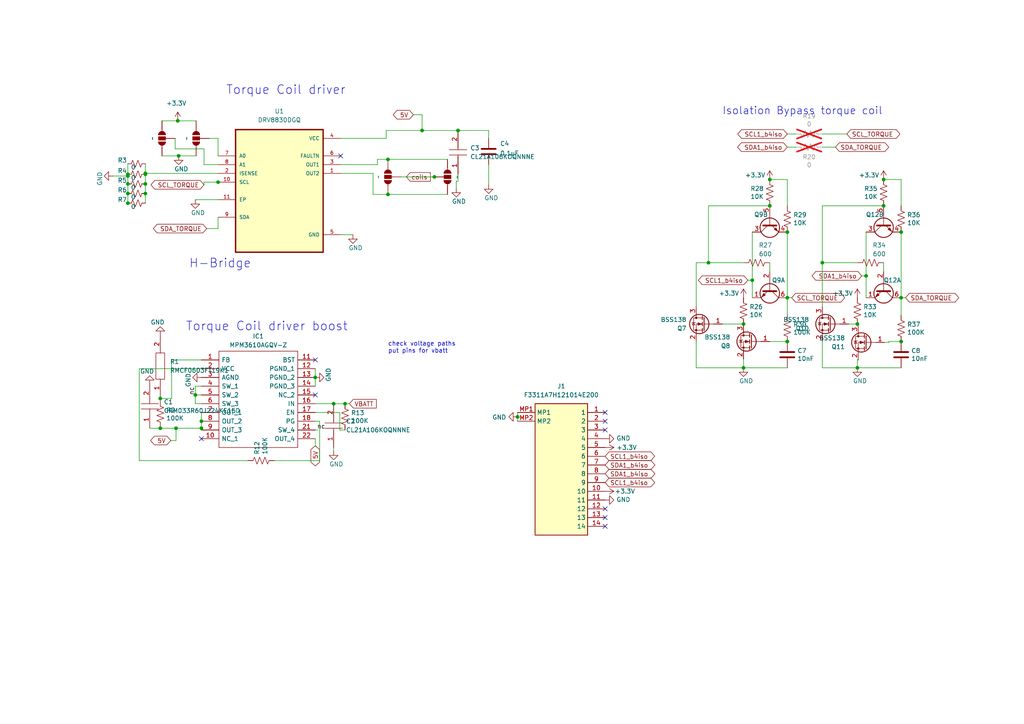
<source format=kicad_sch>
(kicad_sch (version 20230121) (generator eeschema)
  (paper "A4")
  (lib_symbols
    (symbol "AA_AUTO_LOADER:CL21A106KOQNNNE" (pin_names (offset 0.762))
      (property "Reference" "C" (at 8.89 6.35 0))
      (property "Value" "CL21A106KOQNNNE" (at 8.89 3.81 0))
      (symbol "CL21A106KOQNNNE_0_0"
        (pin passive line (at 0 0 0) (length 5.08) (name "~") (number "1"))
        (pin passive line (at 12.7 0 180) (length 5.08) (name "~") (number "2"))
      )
      (symbol "CL21A106KOQNNNE_0_1"
        (polyline (pts (xy 5.08 0) (xy 5.588 0)) (stroke (width 0.1524)))
        (polyline (pts (xy 5.588 2.54) (xy 5.588 -2.54)) (stroke (width 0.1524)))
        (polyline (pts (xy 7.112 0) (xy 7.62 0)) (stroke (width 0.1524)))
        (polyline (pts (xy 7.112 2.54) (xy 7.112 -2.54)) (stroke (width 0.1524)))
      )
    )
    (symbol "AA_AUTO_LOADER:GRM033R60J224KE15D" (pin_names (offset 0.762))
      (property "Reference" "C" (at 8.89 6.35 0))
      (property "Value" "GRM033R60J224KE15D" (at 8.89 3.81 0))
      (symbol "GRM033R60J224KE15D_0_0"
        (pin passive line (at 0 0 0) (length 5.08) (name "~") (number "1"))
        (pin passive line (at 12.7 0 180) (length 5.08) (name "~") (number "2"))
      )
      (symbol "GRM033R60J224KE15D_0_1"
        (polyline (pts (xy 5.08 0) (xy 5.588 0)) (stroke (width 0.1524)))
        (polyline (pts (xy 5.588 2.54) (xy 5.588 -2.54)) (stroke (width 0.1524)))
        (polyline (pts (xy 7.112 0) (xy 7.62 0)) (stroke (width 0.1524)))
        (polyline (pts (xy 7.112 2.54) (xy 7.112 -2.54)) (stroke (width 0.1524)))
      )
    )
    (symbol "AA_AUTO_LOADER:MPM3610AGQV-Z" (pin_names (offset 0.762))
      (property "Reference" "IC" (at 29.21 7.62 0))
      (property "Value" "MPM3610AGQV-Z" (at 29.21 5.08 0))
      (symbol "MPM3610AGQV-Z_0_0"
        (pin passive line (at 0 0 0) (length 5.08) (name "FB") (number "1"))
        (pin passive line (at 0 -22.86 0) (length 5.08) (name "NC_1") (number "10"))
        (pin passive line (at 33.02 0 180) (length 5.08) (name "BST") (number "11"))
        (pin passive line (at 33.02 -2.54 180) (length 5.08) (name "PGND_1") (number "12"))
        (pin passive line (at 33.02 -5.08 180) (length 5.08) (name "PGND_2") (number "13"))
        (pin passive line (at 33.02 -7.62 180) (length 5.08) (name "PGND_3") (number "14"))
        (pin passive line (at 33.02 -10.16 180) (length 5.08) (name "NC_2") (number "15"))
        (pin passive line (at 33.02 -12.7 180) (length 5.08) (name "IN") (number "16"))
        (pin passive line (at 33.02 -15.24 180) (length 5.08) (name "EN") (number "17"))
        (pin passive line (at 33.02 -17.78 180) (length 5.08) (name "PG") (number "18"))
        (pin passive line (at 0 -2.54 0) (length 5.08) (name "VCC") (number "2"))
        (pin passive line (at 33.02 -20.32 180) (length 5.08) (name "SW_4") (number "21"))
        (pin passive line (at 33.02 -22.86 180) (length 5.08) (name "OUT_4") (number "22"))
        (pin passive line (at 0 -5.08 0) (length 5.08) (name "AGND") (number "3"))
        (pin passive line (at 0 -7.62 0) (length 5.08) (name "SW_1") (number "4"))
        (pin passive line (at 0 -10.16 0) (length 5.08) (name "SW_2") (number "5"))
        (pin passive line (at 0 -12.7 0) (length 5.08) (name "SW_3") (number "6"))
        (pin passive line (at 0 -15.24 0) (length 5.08) (name "OUT_1") (number "7"))
        (pin passive line (at 0 -17.78 0) (length 5.08) (name "OUT_2") (number "8"))
        (pin passive line (at 0 -20.32 0) (length 5.08) (name "OUT_3") (number "9"))
      )
      (symbol "MPM3610AGQV-Z_0_1"
        (polyline (pts (xy 5.08 2.54) (xy 27.94 2.54) (xy 27.94 -25.4) (xy 5.08 -25.4) (xy 5.08 2.54)) (stroke (width 0.1524)))
      )
    )
    (symbol "AA_AUTO_LOADER:RMCF0603FT19K1" (pin_names (offset 0.762))
      (property "Reference" "R" (at 13.97 6.35 0))
      (property "Value" "RMCF0603FT19K1" (at 13.97 3.81 0))
      (symbol "RMCF0603FT19K1_0_0"
        (pin passive line (at 0 0 0) (length 5.08) (name "~") (number "1"))
        (pin passive line (at 17.78 0 180) (length 5.08) (name "~") (number "2"))
      )
      (symbol "RMCF0603FT19K1_0_1"
        (polyline (pts (xy 5.08 1.27) (xy 12.7 1.27) (xy 12.7 -1.27) (xy 5.08 -1.27) (xy 5.08 1.27)) (stroke (width 0.1524)))
      )
    )
    (symbol "DRV8830DGQ:DRV8830DGQ" (pin_names (offset 1.016))
      (property "Reference" "U" (at -12.7 18.78 0))
      (property "Value" "DRV8830DGQ" (at -12.7 -21.78 0))
      (symbol "DRV8830DGQ_0_0"
        (rectangle (start -12.7 -17.78) (end 12.7 17.78) (stroke (width 0.41)) (fill (type background)))
        (pin output line (at 17.78 5.08 180) (length 5.08) (name "OUT2") (number "1"))
        (pin input line (at -17.78 2.54 0) (length 5.08) (name "SCL") (number "10"))
        (pin bidirectional line (at -17.78 -2.54 0) (length 5.08) (name "EP") (number "11"))
        (pin input line (at -17.78 5.08 0) (length 5.08) (name "ISENSE") (number "2"))
        (pin output line (at 17.78 7.62 180) (length 5.08) (name "OUT1") (number "3"))
        (pin power_in line (at 17.78 15.24 180) (length 5.08) (name "VCC") (number "4"))
        (pin power_in line (at 17.78 -12.7 180) (length 5.08) (name "GND") (number "5"))
        (pin output line (at 17.78 10.16 180) (length 5.08) (name "FAULTN") (number "6"))
        (pin input line (at -17.78 10.16 0) (length 5.08) (name "A0") (number "7"))
        (pin input line (at -17.78 7.62 0) (length 5.08) (name "A1") (number "8"))
        (pin bidirectional line (at -17.78 -7.62 0) (length 5.08) (name "SDA") (number "9"))
      )
    )
    (symbol "Device:C" (pin_numbers hide) (pin_names (offset 0.254))
      (property "Reference" "C" (at 0.635 2.54 0))
      (property "Value" "C" (at 0.635 -2.54 0))
      (symbol "C_0_1"
        (polyline (pts (xy -2.032 -0.762) (xy 2.032 -0.762)) (stroke (width 0.508)))
        (polyline (pts (xy -2.032 0.762) (xy 2.032 0.762)) (stroke (width 0.508)))
      )
      (symbol "C_1_1"
        (pin passive line (at 0 3.81 270) (length 2.794) (name "~") (number "1"))
        (pin passive line (at 0 -3.81 90) (length 2.794) (name "~") (number "2"))
      )
    )
    (symbol "Device:R_Small_US" (pin_numbers hide) (pin_names (offset 0.254) hide)
      (property "Reference" "R" (at 0.762 0.508 0))
      (property "Value" "R_Small_US" (at 0.762 -1.016 0))
      (symbol "R_Small_US_1_1"
        (polyline (pts (xy 0 0) (xy 1.016 -0.381) (xy 0 -0.762) (xy -1.016 -1.143) (xy 0 -1.524)))
        (polyline (pts (xy 0 1.524) (xy 1.016 1.143) (xy 0 0.762) (xy -1.016 0.381) (xy 0 0)))
        (pin passive line (at 0 2.54 270) (length 1.016) (name "~") (number "1"))
        (pin passive line (at 0 -2.54 90) (length 1.016) (name "~") (number "2"))
      )
    )
    (symbol "Device:R_US" (pin_numbers hide) (pin_names (offset 0))
      (property "Reference" "R" (at 2.54 0 90))
      (property "Value" "R_US" (at -2.54 0 90))
      (symbol "R_US_0_1"
        (polyline (pts (xy 0 -2.286) (xy 0 -2.54)))
        (polyline (pts (xy 0 2.286) (xy 0 2.54)))
        (polyline (pts (xy 0 -0.762) (xy 1.016 -1.143) (xy 0 -1.524) (xy -1.016 -1.905) (xy 0 -2.286)))
        (polyline (pts (xy 0 0.762) (xy 1.016 0.381) (xy 0 0) (xy -1.016 -0.381) (xy 0 -0.762)))
        (polyline (pts (xy 0 2.286) (xy 1.016 1.905) (xy 0 1.524) (xy -1.016 1.143) (xy 0 0.762)))
      )
      (symbol "R_US_1_1"
        (pin passive line (at 0 3.81 270) (length 1.27) (name "~") (number "1"))
        (pin passive line (at 0 -3.81 90) (length 1.27) (name "~") (number "2"))
      )
    )
    (symbol "F3311A7H121008E200:F3311A7H121014E200"
      (property "Reference" "J" (at 21.59 7.62 0))
      (property "Value" "F3311A7H121014E200" (at 21.59 5.08 0))
      (symbol "F3311A7H121014E200_1_1"
        (rectangle (start 5.08 2.54) (end 20.32 -35.56) (stroke (width 0.254)) (fill (type background)))
        (pin passive line (at 25.4 0 180) (length 5.08) (name "1") (number "1"))
        (pin passive line (at 25.4 -22.86 180) (length 5.08) (name "10") (number "10"))
        (pin passive line (at 25.4 -25.4 180) (length 5.08) (name "11") (number "11"))
        (pin passive line (at 25.4 -27.94 180) (length 5.08) (name "12") (number "12"))
        (pin passive line (at 25.4 -30.48 180) (length 5.08) (name "13") (number "13"))
        (pin passive line (at 25.4 -33.02 180) (length 5.08) (name "14") (number "14"))
        (pin passive line (at 25.4 -2.54 180) (length 5.08) (name "2") (number "2"))
        (pin passive line (at 25.4 -5.08 180) (length 5.08) (name "3") (number "3"))
        (pin passive line (at 25.4 -7.62 180) (length 5.08) (name "4") (number "4"))
        (pin passive line (at 25.4 -10.16 180) (length 5.08) (name "5") (number "5"))
        (pin passive line (at 25.4 -12.7 180) (length 5.08) (name "6") (number "6"))
        (pin passive line (at 25.4 -15.24 180) (length 5.08) (name "7") (number "7"))
        (pin passive line (at 25.4 -17.78 180) (length 5.08) (name "8") (number "8"))
        (pin passive line (at 25.4 -20.32 180) (length 5.08) (name "9") (number "9"))
        (pin passive line (at 0 0 0) (length 5.08) (name "MP1") (number "MP1"))
        (pin passive line (at 0 -2.54 0) (length 5.08) (name "MP2") (number "MP2"))
      )
    )
    (symbol "SparkFun-Jumper:SolderJumper_3_Open_No_Silk" (pin_numbers hide) (pin_names (offset 0) hide)
      (property "Reference" "JP" (at -2.54 -2.54 0))
      (property "Value" "~" (at 0 2.794 0))
      (symbol "SolderJumper_3_Open_No_Silk_0_1"
        (arc (start -1.016 1.016) (mid -2.0276 0) (end -1.016 -1.016))
        (arc (start -1.016 1.016) (mid -2.0276 0) (end -1.016 -1.016) (fill (type outline)))
        (rectangle (start -0.508 1.016) (end 0.508 -1.016) (fill (type outline)))
        (polyline (pts (xy -2.54 0) (xy -2.032 0)))
        (polyline (pts (xy -1.016 1.016) (xy -1.016 -1.016)))
        (polyline (pts (xy 0 -1.27) (xy 0 -1.016)))
        (polyline (pts (xy 1.016 1.016) (xy 1.016 -1.016)))
        (polyline (pts (xy 2.54 0) (xy 2.032 0)))
        (arc (start 1.016 -1.016) (mid 2.0276 0) (end 1.016 1.016))
        (arc (start 1.016 -1.016) (mid 2.0276 0) (end 1.016 1.016) (fill (type outline)))
      )
      (symbol "SolderJumper_3_Open_No_Silk_1_1"
        (pin passive line (at -5.08 0 0) (length 2.54) (name "A") (number "1"))
        (pin passive line (at 0 -3.81 90) (length 2.54) (name "C") (number "2"))
        (pin passive line (at 5.08 0 180) (length 2.54) (name "B") (number "3"))
      )
    )
    (symbol "Transistor_BJT:MBT2222ADW1T1" (pin_names (offset 0) hide)
      (property "Reference" "Q" (at 5.08 1.27 0))
      (property "Value" "MBT2222ADW1T1" (at 5.08 -1.27 0))
      (symbol "MBT2222ADW1T1_0_1"
        (polyline (pts (xy 0.635 0) (xy -2.54 0)))
        (polyline (pts (xy 0.635 0.635) (xy 2.54 2.54)))
        (polyline (pts (xy 0.635 -0.635) (xy 2.54 -2.54) (xy 2.54 -2.54)))
        (polyline (pts (xy 0.635 1.905) (xy 0.635 -1.905) (xy 0.635 -1.905)) (stroke (width 0.508)))
        (polyline (pts (xy 1.27 -1.778) (xy 1.778 -1.27) (xy 2.286 -2.286) (xy 1.27 -1.778) (xy 1.27 -1.778)) (fill (type outline)))
        (circle (center 1.27 0) (radius 2.8194) (stroke (width 0.254)))
      )
      (symbol "MBT2222ADW1T1_1_1"
        (pin passive line (at 2.54 -5.08 90) (length 2.54) (name "E1") (number "1"))
        (pin input line (at -5.08 0 0) (length 2.54) (name "B1") (number "2"))
        (pin passive line (at 2.54 5.08 270) (length 2.54) (name "C1") (number "6"))
      )
      (symbol "MBT2222ADW1T1_2_1"
        (pin passive line (at 2.54 5.08 270) (length 2.54) (name "C2") (number "3"))
        (pin passive line (at 2.54 -5.08 90) (length 2.54) (name "E2") (number "4"))
        (pin input line (at -5.08 0 0) (length 2.54) (name "B2") (number "5"))
      )
    )
    (symbol "Transistor_FET:BSS138" (pin_names hide)
      (property "Reference" "Q" (at 5.08 1.905 0))
      (property "Value" "BSS138" (at 5.08 0 0))
      (symbol "BSS138_0_1"
        (polyline (pts (xy 0.254 0) (xy -2.54 0)))
        (polyline (pts (xy 0.254 1.905) (xy 0.254 -1.905)) (stroke (width 0.254)))
        (polyline (pts (xy 0.762 -1.27) (xy 0.762 -2.286)) (stroke (width 0.254)))
        (polyline (pts (xy 0.762 0.508) (xy 0.762 -0.508)) (stroke (width 0.254)))
        (polyline (pts (xy 0.762 2.286) (xy 0.762 1.27)) (stroke (width 0.254)))
        (polyline (pts (xy 2.54 2.54) (xy 2.54 1.778)))
        (polyline (pts (xy 2.54 -2.54) (xy 2.54 0) (xy 0.762 0)))
        (polyline (pts (xy 0.762 -1.778) (xy 3.302 -1.778) (xy 3.302 1.778) (xy 0.762 1.778)))
        (polyline (pts (xy 1.016 0) (xy 2.032 0.381) (xy 2.032 -0.381) (xy 1.016 0)) (fill (type outline)))
        (polyline (pts (xy 2.794 0.508) (xy 2.921 0.381) (xy 3.683 0.381) (xy 3.81 0.254)))
        (polyline (pts (xy 3.302 0.381) (xy 2.921 -0.254) (xy 3.683 -0.254) (xy 3.302 0.381)))
        (circle (center 1.651 0) (radius 2.794) (stroke (width 0.254)))
        (circle (center 2.54 -1.778) (radius 0.254) (fill (type outline)))
        (circle (center 2.54 1.778) (radius 0.254) (fill (type outline)))
      )
      (symbol "BSS138_1_1"
        (pin input line (at -5.08 0 0) (length 2.54) (name "G") (number "1"))
        (pin passive line (at 2.54 -5.08 90) (length 2.54) (name "S") (number "2"))
        (pin passive line (at 2.54 5.08 270) (length 2.54) (name "D") (number "3"))
      )
    )
    (symbol "power:+3.3V" (power) (pin_names (offset 0))
      (property "Value" "+3.3V" (at 0 3.556 0))
      (symbol "+3.3V_0_1"
        (polyline (pts (xy -0.762 1.27) (xy 0 2.54)))
        (polyline (pts (xy 0 0) (xy 0 2.54)))
        (polyline (pts (xy 0 2.54) (xy 0.762 1.27)))
      )
      (symbol "+3.3V_1_1"
        (pin power_in line (at 0 0 90) (length 0) hide (name "+3.3V") (number "1"))
      )
    )
    (symbol "power:GND" (power) (pin_names (offset 0))
      (property "Value" "GND" (at 0 -3.81 0))
      (symbol "GND_0_1"
        (polyline (pts (xy 0 0) (xy 0 -1.27) (xy 1.27 -1.27) (xy 0 -2.54) (xy -1.27 -1.27) (xy 0 -1.27)))
      )
      (symbol "GND_1_1"
        (pin power_in line (at 0 0 270) (length 0) hide (name "GND") (number "1"))
      )
    )
  )
  (junction (at 42.164 50.292))
  (junction (at 37.084 51.054))
  (junction (at 251.206 80.01))
  (junction (at 228.346 86.36))
  (junction (at 238.506 76.2))
  (junction (at 256.286 52.07))
  (junction (at 112.522 46.228))
  (junction (at 37.084 53.34))
  (junction (at 256.286 59.69))
  (junction (at 261.366 99.06))
  (junction (at 51.054 124.206))
  (junction (at 132.842 37.846))
  (junction (at 228.346 67.31))
  (junction (at 122.428 37.846))
  (junction (at 248.666 106.68))
  (junction (at 51.562 35.052))
  (junction (at 46.482 124.206))
  (junction (at 42.164 56.134))
  (junction (at 37.084 56.134))
  (junction (at 58.42 122.174))
  (junction (at 223.266 59.69))
  (junction (at 248.666 93.98))
  (junction (at 56.642 114.554))
  (junction (at 215.646 93.98))
  (junction (at 42.164 50.546))
  (junction (at 51.816 45.212))
  (junction (at 46.482 115.57))
  (junction (at 205.486 76.2))
  (junction (at 96.774 117.094))
  (junction (at 228.346 99.06))
  (junction (at 112.522 56.388))
  (junction (at 63.246 52.832))
  (junction (at 215.646 106.68))
  (junction (at 37.084 50.546))
  (junction (at 91.44 109.474))
  (junction (at 125.984 51.308))
  (junction (at 261.366 86.36))
  (junction (at 58.42 124.206))
  (junction (at 42.164 53.34))
  (junction (at 218.186 81.28))
  (junction (at 37.084 58.928))
  (junction (at 100.076 117.094))
  (junction (at 261.366 67.31))
  (junction (at 223.266 52.07))
  (junction (at 150.114 120.904))
  (no_connect (at 58.42 127.254))
  (no_connect (at 175.514 150.114))
  (no_connect (at 91.44 114.554))
  (no_connect (at 98.806 45.212))
  (no_connect (at 175.514 119.634))
  (no_connect (at 175.514 147.574))
  (no_connect (at 175.514 152.654))
  (no_connect (at 175.514 124.714))
  (no_connect (at 175.514 122.174))
  (no_connect (at 91.44 104.394))
  (wire (pts (xy 46.482 123.952) (xy 46.482 124.206)))
  (wire (pts (xy 56.642 114.554) (xy 58.42 114.554)))
  (wire (pts (xy 119.888 33.274) (xy 122.428 33.274)))
  (wire (pts (xy 229.616 86.36) (xy 228.346 86.36)))
  (wire (pts (xy 238.506 76.2) (xy 238.506 59.69)))
  (wire (pts (xy 228.346 67.31) (xy 228.346 86.36)))
  (wire (pts (xy 37.084 53.34) (xy 37.084 56.134)))
  (wire (pts (xy 248.92 93.98) (xy 248.666 93.98)))
  (wire (pts (xy 112.522 46.228) (xy 109.474 46.228)))
  (wire (pts (xy 248.92 104.394) (xy 248.666 104.394)))
  (wire (pts (xy 261.366 52.07) (xy 256.286 52.07)))
  (wire (pts (xy 46.99 35.052) (xy 51.562 35.052)))
  (wire (pts (xy 215.646 76.2) (xy 205.486 76.2)))
  (wire (pts (xy 122.428 37.846) (xy 112.014 37.846)))
  (wire (pts (xy 201.93 76.2) (xy 205.486 76.2)))
  (wire (pts (xy 46.482 115.57) (xy 49.784 115.57)))
  (wire (pts (xy 98.806 68.072) (xy 102.362 68.072)))
  (wire (pts (xy 42.164 50.292) (xy 42.164 50.546)))
  (wire (pts (xy 42.164 47.498) (xy 42.164 50.292)))
  (wire (pts (xy 46.482 115.57) (xy 46.482 116.332)))
  (wire (pts (xy 205.486 59.69) (xy 223.266 59.69)))
  (wire (pts (xy 56.642 117.094) (xy 58.42 117.094)))
  (wire (pts (xy 56.642 114.554) (xy 56.642 117.094)))
  (wire (pts (xy 59.944 66.294) (xy 63.246 66.294)))
  (wire (pts (xy 49.53 127.762) (xy 51.054 127.762)))
  (wire (pts (xy 42.164 50.292) (xy 63.246 50.292)))
  (wire (pts (xy 91.44 119.634) (xy 98.552 119.634)))
  (wire (pts (xy 112.522 46.228) (xy 129.794 46.228)))
  (wire (pts (xy 63.246 47.752) (xy 59.182 47.752)))
  (wire (pts (xy 150.114 120.904) (xy 150.114 122.174)))
  (wire (pts (xy 141.732 40.132) (xy 141.732 37.846)))
  (wire (pts (xy 248.666 93.98) (xy 246.126 93.98)))
  (wire (pts (xy 112.014 37.846) (xy 112.014 40.132)))
  (wire (pts (xy 98.806 50.292) (xy 108.204 50.292)))
  (wire (pts (xy 60.706 40.132) (xy 63.246 40.132)))
  (wire (pts (xy 132.842 52.578) (xy 132.334 52.578)))
  (wire (pts (xy 98.552 124.714) (xy 100.076 124.714)))
  (wire (pts (xy 51.562 35.052) (xy 56.896 35.052)))
  (wire (pts (xy 261.366 67.31) (xy 261.366 86.36)))
  (wire (pts (xy 251.206 67.31) (xy 251.206 80.01)))
  (wire (pts (xy 238.506 59.69) (xy 256.286 59.69)))
  (wire (pts (xy 230.886 42.672) (xy 228.346 42.672)))
  (wire (pts (xy 46.482 124.206) (xy 51.054 124.206)))
  (wire (pts (xy 51.816 45.212) (xy 56.896 45.212)))
  (wire (pts (xy 98.552 119.634) (xy 98.552 124.714)))
  (wire (pts (xy 238.506 99.06) (xy 238.506 106.68)))
  (wire (pts (xy 58.42 124.206) (xy 58.42 124.714)))
  (wire (pts (xy 261.366 106.68) (xy 248.666 106.68)))
  (wire (pts (xy 215.646 106.68) (xy 228.346 106.68)))
  (wire (pts (xy 37.084 58.928) (xy 37.084 59.182)))
  (wire (pts (xy 141.732 37.846) (xy 132.842 37.846)))
  (wire (pts (xy 216.916 81.28) (xy 218.186 81.28)))
  (wire (pts (xy 63.246 66.294) (xy 63.246 62.992)))
  (wire (pts (xy 63.246 40.132) (xy 63.246 45.212)))
  (wire (pts (xy 228.346 59.69) (xy 228.346 52.07)))
  (wire (pts (xy 56.642 112.014) (xy 56.642 114.554)))
  (wire (pts (xy 262.636 86.36) (xy 261.366 86.36)))
  (wire (pts (xy 91.44 124.714) (xy 92.202 124.714)))
  (wire (pts (xy 100.076 117.094) (xy 101.346 117.094)))
  (wire (pts (xy 59.182 43.18) (xy 50.8 43.18)))
  (wire (pts (xy 248.92 94.234) (xy 248.92 93.98)))
  (wire (pts (xy 51.054 124.206) (xy 58.42 124.206)))
  (wire (pts (xy 238.506 88.9) (xy 238.506 76.2)))
  (wire (pts (xy 56.642 57.912) (xy 63.246 57.912)))
  (wire (pts (xy 98.806 40.132) (xy 112.014 40.132)))
  (wire (pts (xy 91.44 122.174) (xy 92.71 122.174)))
  (wire (pts (xy 242.316 42.672) (xy 238.506 42.672)))
  (wire (pts (xy 42.164 53.34) (xy 42.164 56.134)))
  (wire (pts (xy 215.646 106.68) (xy 215.646 104.14)))
  (wire (pts (xy 218.186 81.28) (xy 218.186 86.36)))
  (wire (pts (xy 205.486 59.69) (xy 205.486 76.2)))
  (wire (pts (xy 122.428 33.274) (xy 122.428 37.846)))
  (wire (pts (xy 51.054 127.762) (xy 51.054 124.206)))
  (wire (pts (xy 132.842 50.546) (xy 132.842 52.578)))
  (wire (pts (xy 37.084 47.498) (xy 37.084 50.546)))
  (wire (pts (xy 230.886 38.862) (xy 228.346 38.862)))
  (wire (pts (xy 218.186 67.31) (xy 218.186 81.28)))
  (wire (pts (xy 92.71 122.174) (xy 92.71 133.604)))
  (wire (pts (xy 71.882 133.604) (xy 40.386 133.604)))
  (wire (pts (xy 43.434 124.206) (xy 46.482 124.206)))
  (wire (pts (xy 37.084 50.546) (xy 37.084 51.054)))
  (wire (pts (xy 108.204 50.292) (xy 108.204 56.388)))
  (wire (pts (xy 201.93 88.9) (xy 201.93 76.2)))
  (wire (pts (xy 50.8 43.18) (xy 50.8 40.132)))
  (wire (pts (xy 58.42 112.014) (xy 56.642 112.014)))
  (wire (pts (xy 58.42 104.394) (xy 49.784 104.394)))
  (wire (pts (xy 238.506 106.68) (xy 248.666 106.68)))
  (wire (pts (xy 257.81 99.06) (xy 261.366 99.06)))
  (wire (pts (xy 59.182 47.752) (xy 59.182 43.18)))
  (wire (pts (xy 92.71 133.604) (xy 79.502 133.604)))
  (wire (pts (xy 132.842 37.846) (xy 122.428 37.846)))
  (wire (pts (xy 228.346 52.07) (xy 223.266 52.07)))
  (wire (pts (xy 249.936 80.01) (xy 251.206 80.01)))
  (wire (pts (xy 108.204 56.388) (xy 112.522 56.388)))
  (wire (pts (xy 91.44 117.094) (xy 96.774 117.094)))
  (wire (pts (xy 256.286 78.74) (xy 256.286 76.2)))
  (wire (pts (xy 91.44 109.474) (xy 91.44 112.014)))
  (wire (pts (xy 49.784 104.394) (xy 49.784 115.57)))
  (wire (pts (xy 261.366 91.44) (xy 261.366 86.36)))
  (wire (pts (xy 228.346 91.44) (xy 228.346 86.36)))
  (wire (pts (xy 209.55 93.98) (xy 215.646 93.98)))
  (wire (pts (xy 40.386 133.604) (xy 40.386 106.934)))
  (wire (pts (xy 248.666 76.2) (xy 238.506 76.2)))
  (wire (pts (xy 261.366 59.69) (xy 261.366 52.07)))
  (wire (pts (xy 223.266 78.74) (xy 223.266 76.2)))
  (wire (pts (xy 112.522 56.388) (xy 129.794 56.388)))
  (wire (pts (xy 150.114 119.634) (xy 150.114 120.904)))
  (wire (pts (xy 98.806 47.752) (xy 109.474 47.752)))
  (wire (pts (xy 96.774 130.81) (xy 96.774 129.794)))
  (wire (pts (xy 223.266 99.06) (xy 228.346 99.06)))
  (wire (pts (xy 40.386 106.934) (xy 58.42 106.934)))
  (wire (pts (xy 58.42 119.634) (xy 58.42 122.174)))
  (wire (pts (xy 125.984 51.308) (xy 125.984 51.562)))
  (wire (pts (xy 248.666 104.394) (xy 248.666 106.68)))
  (wire (pts (xy 46.482 115.062) (xy 46.482 115.57)))
  (wire (pts (xy 132.334 52.578) (xy 132.334 54.61)))
  (wire (pts (xy 109.474 47.752) (xy 109.474 46.228)))
  (wire (pts (xy 46.99 45.212) (xy 51.816 45.212)))
  (wire (pts (xy 63.5 52.832) (xy 63.246 52.832)))
  (wire (pts (xy 141.732 47.752) (xy 141.732 53.594)))
  (wire (pts (xy 201.93 99.06) (xy 201.93 106.68)))
  (wire (pts (xy 37.084 56.134) (xy 37.084 58.928)))
  (wire (pts (xy 256.54 99.314) (xy 257.81 99.314)))
  (wire (pts (xy 245.618 38.862) (xy 238.506 38.862)))
  (wire (pts (xy 116.332 51.308) (xy 125.984 51.308)))
  (wire (pts (xy 96.774 117.094) (xy 100.076 117.094)))
  (wire (pts (xy 42.164 50.546) (xy 42.164 53.34)))
  (wire (pts (xy 32.766 51.054) (xy 37.084 51.054)))
  (wire (pts (xy 37.084 51.054) (xy 37.084 53.34)))
  (wire (pts (xy 251.206 80.01) (xy 251.206 86.36)))
  (wire (pts (xy 201.93 106.68) (xy 215.646 106.68)))
  (wire (pts (xy 91.44 129.286) (xy 91.44 127.254)))
  (wire (pts (xy 257.81 99.314) (xy 257.81 99.06)))
  (wire (pts (xy 42.164 56.134) (xy 42.164 58.928)))
  (wire (pts (xy 63.246 52.832) (xy 59.182 52.832)))
  (wire (pts (xy 59.182 52.832) (xy 59.182 53.594)))
  (wire (pts (xy 91.44 106.934) (xy 91.44 109.474)))
  (wire (pts (xy 58.42 122.174) (xy 58.42 124.206)))
  (text "Torque Coil driver boost\n\n" (at 53.848 100.33 0) (effects (font (size 2.54 2.54)) (justify left bottom)))
  (text "check voltage paths\nput pins for vbatt\n" (at 112.522 102.616 0) (effects (font (size 1.27 1.27)) (justify left bottom)))
  (text "Torque Coil driver\n" (at 65.532 27.686 0) (effects (font (size 2.54 2.54)) (justify left bottom)))
  (text "Isolation Bypass torque coil" (at 256.032 33.528 0) (effects (font (size 2.159 2.159)) (justify right bottom)))
  (text "H-Bridge" (at 72.898 77.978 0) (effects (font (size 2.54 2.54)) (justify right bottom)))
  (label "nc" (at 56.642 114.554 90))
  (label "nc" (at 91.948 124.714 0))
  (global_label "5V" (shape bidirectional) (at 91.44 129.286 270) (property "Intersheetrefs" "${INTERSHEET_REFS}" (effects hide)))
  (global_label "coils" (shape input) (at 117.856 51.308 0) (property "Intersheetrefs" "${INTERSHEET_REFS}" (effects hide)))
  (global_label "5V" (shape bidirectional) (at 49.53 127.762 180) (property "Intersheetrefs" "${INTERSHEET_REFS}" (effects hide)))
  (global_label "SCL1_b4iso" (shape bidirectional) (at 216.916 81.28 180) (property "Intersheetrefs" "${INTERSHEET_REFS}" (effects hide)))
  (global_label "SDA1_b4iso" (shape bidirectional) (at 249.936 80.01 180) (property "Intersheetrefs" "${INTERSHEET_REFS}" (effects hide)))
  (global_label "SCL1_b4iso" (shape bidirectional) (at 175.514 132.334 0) (property "Intersheetrefs" "${INTERSHEET_REFS}" (effects hide)))
  (global_label "SCL_TORQUE" (shape bidirectional) (at 229.616 86.36 0) (property "Intersheetrefs" "${INTERSHEET_REFS}" (effects hide)))
  (global_label "SDA1_b4iso" (shape bidirectional) (at 175.514 137.414 0) (property "Intersheetrefs" "${INTERSHEET_REFS}" (effects hide)))
  (global_label "SDA1_b4iso" (shape bidirectional) (at 175.514 134.874 0) (property "Intersheetrefs" "${INTERSHEET_REFS}" (effects hide)))
  (global_label "SDA_TORQUE" (shape bidirectional) (at 242.316 42.672 0) (property "Intersheetrefs" "${INTERSHEET_REFS}" (effects hide)))
  (global_label "SCL_TORQUE" (shape bidirectional) (at 245.618 38.862 0) (property "Intersheetrefs" "${INTERSHEET_REFS}" (effects hide)))
  (global_label "SDA1_b4iso" (shape bidirectional) (at 228.346 42.672 180) (property "Intersheetrefs" "${INTERSHEET_REFS}" (effects hide)))
  (global_label "SDA_TORQUE" (shape bidirectional) (at 262.636 86.36 0) (property "Intersheetrefs" "${INTERSHEET_REFS}" (effects hide)))
  (global_label "VBATT" (shape input) (at 101.346 117.094 0) (property "Intersheetrefs" "${INTERSHEET_REFS}" (effects hide)))
  (global_label "SCL_TORQUE" (shape bidirectional) (at 59.182 53.594 180) (property "Intersheetrefs" "${INTERSHEET_REFS}" (effects hide)))
  (global_label "SCL1_b4iso" (shape bidirectional) (at 228.346 38.862 180) (property "Intersheetrefs" "${INTERSHEET_REFS}" (effects hide)))
  (global_label "SDA_TORQUE" (shape bidirectional) (at 59.944 66.294 180) (property "Intersheetrefs" "${INTERSHEET_REFS}" (effects hide)))
  (global_label "5V" (shape bidirectional) (at 119.888 33.274 180) (property "Intersheetrefs" "${INTERSHEET_REFS}" (effects hide)))
  (global_label "SCL1_b4iso" (shape bidirectional) (at 175.514 139.954 0) (property "Intersheetrefs" "${INTERSHEET_REFS}" (effects hide)))
  (symbol (lib_id "Device:C") (at 141.732 43.942 0) (unit 1)
    (property "Reference" "C4" (at 145.034 41.656 0) (effects (justify left)))
    (property "Value" "0.1uF" (at 145.034 44.45 0) (effects (justify left)))
    (property "Footprint" "Capacitor_SMD:C_0805_2012Metric" (effects hide))
  )
  (symbol (lib_id "Transistor_BJT:MBT2222ADW1T1") (at 223.266 83.82 270) (unit 1)
    (property "Reference" "Q9" (at 225.806 81.28 90))
    (property "Value" "MBT2222ADW1T1" (effects hide))
    (property "Footprint" "Package_TO_SOT_SMD:SOT-363_SC-70-6" (effects hide))
    (property "Datasheet" "http://www.onsemi.com/pub_link/Collateral/MBT2222ADW1T1-D.PDF" (effects hide))
  )
  (symbol (lib_id "Device:R_US") (at 252.476 76.2 270) (unit 1)
    (property "Reference" "R34" (at 255.016 71.12 90))
    (property "Value" "600" (at 255.016 73.66 90))
    (property "Footprint" "Resistor_SMD:R_0805_2012Metric" (effects hide))
  )
  (symbol (lib_id "Device:R_US") (at 248.666 90.17 180) (unit 1)
    (property "Reference" "R33" (at 250.3932 89.0016 0) (effects (justify right)))
    (property "Value" "10K" (at 250.3932 91.313 0) (effects (justify right)))
    (property "Footprint" "Resistor_SMD:R_0805_2012Metric" (effects hide))
  )
  (symbol (lib_id "AA_AUTO_LOADER:MPM3610AGQV-Z") (at 58.42 104.394 0) (unit 1)
    (property "Reference" "IC1" (at 74.93 97.536 0))
    (property "Value" "MPM3610AGQV-Z" (at 74.93 100.076 0))
    (property "Footprint" "MPM3610AGQVZ" (effects hide))
    (property "Datasheet" "https://www.monolithicpower.com/pub/media/document/MPM3610A_r1.0.pdf" (effects hide))
    (property "Description" "DC DC CONVERTER 0.8-18.48V" (effects hide))
    (property "Height" "1.65" (effects hide))
    (property "Manufacturer_Name" "Monolithic Power Systems (MPS)" (effects hide))
    (property "Manufacturer_Part_Number" "MPM3610AGQV-Z" (effects hide))
    (property "Mouser Part Number" "946-MPM3610AGQV-Z" (effects hide))
    (property "Mouser Price/Stock" "https://www.mouser.co.uk/ProductDetail/Monolithic-Power-Systems-MPS/MPM3610AGQV-Z?qs=ZNK0BnemlqFKL2BkndmY4g%3D%3D" (effects hide))
  )
  (symbol (lib_id "power:GND") (at 43.434 111.506 0) (mirror x) (unit 1)
    (property "Reference" "#PWR01" (effects hide))
    (property "Value" "GND" (at 44.704 107.696 0) (effects (justify right)))
  )
  (symbol (lib_id "power:+3.3V") (at 175.514 129.794 270) (mirror x) (unit 1)
    (property "Reference" "#PWR07" (effects hide))
    (property "Value" "+3.3V" (at 178.816 129.794 90) (effects (justify left)))
  )
  (symbol (lib_id "Device:R_US") (at 215.646 90.17 180) (unit 1)
    (property "Reference" "R26" (at 217.3732 89.0016 0) (effects (justify right)))
    (property "Value" "10K" (at 217.3732 91.313 0) (effects (justify right)))
    (property "Footprint" "Resistor_SMD:R_0805_2012Metric" (effects hide))
  )
  (symbol (lib_id "Device:R_US") (at 234.696 38.862 90) (mirror x) (unit 1) (in_bom no) (dnp yes)
    (property "Reference" "R19" (at 234.696 33.655 90))
    (property "Value" "0" (at 234.696 35.9664 90))
    (property "Footprint" "Resistor_SMD:R_0603_1608Metric" (effects hide))
    (property "Sim.Enable" "0" (effects hide))
  )
  (symbol (lib_id "power:GND") (at 132.334 54.61 0) (mirror y) (unit 1)
    (property "Reference" "#PWR012" (effects hide))
    (property "Value" "GND" (at 131.064 58.42 0) (effects (justify right)))
  )
  (symbol (lib_id "Device:R_Small_US") (at 39.624 47.498 270) (unit 1)
    (property "Reference" "R3" (at 36.83 46.482 90) (effects (justify right)))
    (property "Value" "0" (at 39.37 48.514 90) (effects (justify right)))
    (property "Footprint" "Resistor_SMD:R_0805_2012Metric_Pad1.20x1.40mm_HandSolder" (effects hide))
  )
  (symbol (lib_id "Device:R_US") (at 261.366 95.25 180) (unit 1)
    (property "Reference" "R37" (at 263.0932 94.0816 0) (effects (justify right)))
    (property "Value" "100K" (at 263.0932 96.393 0) (effects (justify right)))
    (property "Footprint" "Resistor_SMD:R_0805_2012Metric" (effects hide))
  )
  (symbol (lib_id "power:GND") (at 175.514 145.034 90) (unit 1)
    (property "Reference" "#PWR017" (effects hide))
    (property "Value" "GND" (at 178.7652 144.907 90) (effects (justify right)))
  )
  (symbol (lib_id "Device:R_Small_US") (at 39.624 53.34 270) (unit 1)
    (property "Reference" "R5" (at 36.83 52.324 90) (effects (justify right)))
    (property "Value" "0" (at 39.37 54.356 90) (effects (justify right)))
    (property "Footprint" "Resistor_SMD:R_0805_2012Metric_Pad1.20x1.40mm_HandSolder" (effects hide))
  )
  (symbol (lib_id "Transistor_BJT:MBT2222ADW1T1") (at 223.266 64.77 90) (mirror x) (unit 2)
    (property "Reference" "Q9" (at 220.726 62.23 90))
    (property "Value" "MBT2222ADW1T1" (effects hide))
    (property "Footprint" "Package_TO_SOT_SMD:SOT-363_SC-70-6" (effects hide))
    (property "Datasheet" "http://www.onsemi.com/pub_link/Collateral/MBT2222ADW1T1-D.PDF" (effects hide))
  )
  (symbol (lib_id "SparkFun-Jumper:SolderJumper_3_Open_No_Silk") (at 129.794 51.308 270) (unit 1)
    (property "Reference" "JP2" (effects hide))
    (property "Value" "~" (at 132.588 51.308 0))
    (property "Footprint" "SparkFun-Jumper:SMT-JUMPER_3_NO_NO-SILK" (effects hide))
  )
  (symbol (lib_id "power:GND") (at 58.42 109.474 270) (mirror x) (unit 1)
    (property "Reference" "#PWR04" (effects hide))
    (property "Value" "GND" (at 54.61 108.204 0) (effects (justify right)))
  )
  (symbol (lib_id "Transistor_BJT:MBT2222ADW1T1") (at 256.286 64.77 90) (mirror x) (unit 2)
    (property "Reference" "Q12" (at 253.746 62.23 90))
    (property "Value" "MBT2222ADW1T1" (effects hide))
    (property "Footprint" "Package_TO_SOT_SMD:SOT-363_SC-70-6" (effects hide))
    (property "Datasheet" "http://www.onsemi.com/pub_link/Collateral/MBT2222ADW1T1-D.PDF" (effects hide))
  )
  (symbol (lib_id "power:GND") (at 215.646 106.68 0) (mirror y) (unit 1)
    (property "Reference" "#PWR021" (effects hide))
    (property "Value" "GND" (at 214.376 110.49 0) (effects (justify right)))
  )
  (symbol (lib_id "power:GND") (at 141.732 53.594 0) (mirror y) (unit 1)
    (property "Reference" "#PWR013" (effects hide))
    (property "Value" "GND" (at 140.462 57.404 0) (effects (justify right)))
  )
  (symbol (lib_id "Transistor_FET:BSS138") (at 251.46 99.314 0) (mirror y) (unit 1)
    (property "Reference" "Q11" (at 245.11 100.584 0) (effects (justify left)))
    (property "Value" "BSS138" (at 245.11 98.044 0) (effects (justify left)))
    (property "Footprint" "Package_TO_SOT_SMD:SOT-23" (effects hide))
    (property "Datasheet" "https://www.onsemi.com/pub/Collateral/BSS138-D.PDF" (effects hide))
  )
  (symbol (lib_id "power:+3.3V") (at 51.562 35.052 0) (mirror y) (unit 1)
    (property "Reference" "#PWR014" (effects hide))
    (property "Value" "+3.3V" (at 54.102 29.972 0) (effects (justify left)))
  )
  (symbol (lib_id "power:GND") (at 96.774 130.81 0) (mirror y) (unit 1)
    (property "Reference" "#PWR010" (effects hide))
    (property "Value" "GND" (at 95.504 134.62 0) (effects (justify right)))
  )
  (symbol (lib_id "power:GND") (at 150.114 120.904 270) (unit 1)
    (property "Reference" "#PWR05" (effects hide))
    (property "Value" "GND" (at 146.8628 121.031 90) (effects (justify right)))
  )
  (symbol (lib_id "Device:R_Small_US") (at 39.624 58.928 270) (unit 1)
    (property "Reference" "R7" (at 36.83 57.912 90) (effects (justify right)))
    (property "Value" "0" (at 39.37 59.944 90) (effects (justify right)))
    (property "Footprint" "Resistor_SMD:R_0805_2012Metric_Pad1.20x1.40mm_HandSolder" (effects hide))
  )
  (symbol (lib_id "power:GND") (at 91.44 109.474 90) (mirror x) (unit 1)
    (property "Reference" "#PWR09" (effects hide))
    (property "Value" "GND" (at 95.25 110.744 0) (effects (justify right)))
  )
  (symbol (lib_id "AA_AUTO_LOADER:CL21A106KOQNNNE") (at 96.774 129.794 90) (unit 1)
    (property "Reference" "C2" (at 100.33 122.174 90) (effects (justify right)))
    (property "Value" "CL21A106KOQNNNE" (at 100.33 124.714 90) (effects (justify right)))
    (property "Footprint" "CAPC2012X140N" (effects hide))
    (property "Datasheet" "https://datasheet.datasheetarchive.com/originals/distributors/Datasheets_SAMA/0289c6d4f30f89b64e7dd5b6a9ee99f0.pdf" (effects hide))
    (property "Description" "Samsung Electro-Mechanics 0805 (2012M) 10uF MLCC 16V dc +/-10% SMD CL21A106KOQNNNE" (effects hide))
    (property "Height" "1.4" (effects hide))
    (property "Manufacturer_Name" "SAMSUNG" (effects hide))
    (property "Manufacturer_Part_Number" "CL21A106KOQNNNE" (effects hide))
    (property "Mouser Part Number" "187-CL21A106KOQNNNE" (effects hide))
    (property "Mouser Price/Stock" "https://www.mouser.co.uk/ProductDetail/Samsung-Electro-Mechanics/CL21A106KOQNNNE?qs=349EhDEZ59qKIX0T0PKtPw%3D%3D" (effects hide))
    (property "Arrow Part Number" "CL21A106KOQNNNE" (effects hide))
    (property "Arrow Price/Stock" "https://www.arrow.com/en/products/cl21a106koqnnne/samsung-electro-mechanics?region=nac" (effects hide))
  )
  (symbol (lib_id "power:GND") (at 32.766 51.054 270) (mirror x) (unit 1)
    (property "Reference" "#PWR03" (effects hide))
    (property "Value" "GND" (at 28.956 49.784 0) (effects (justify right)))
  )
  (symbol (lib_id "SparkFun-Jumper:SolderJumper_3_Open_No_Silk") (at 46.99 40.132 90) (unit 1)
    (property "Reference" "JP4" (effects hide))
    (property "Value" "~" (at 44.196 40.132 0))
    (property "Footprint" "SparkFun-Jumper:SMT-JUMPER_3_NO_NO-SILK" (effects hide))
  )
  (symbol (lib_id "power:+3.3V") (at 223.266 52.07 0) (mirror y) (unit 1)
    (property "Reference" "#PWR022" (effects hide))
    (property "Value" "+3.3V" (at 221.996 50.8 0) (effects (justify left)))
  )
  (symbol (lib_id "Device:R_US") (at 219.456 76.2 90) (unit 1)
    (property "Reference" "R27" (at 221.996 71.12 90))
    (property "Value" "600" (at 221.996 73.66 90))
    (property "Footprint" "Resistor_SMD:R_0805_2012Metric" (effects hide))
  )
  (symbol (lib_id "F3311A7H121008E200:F3311A7H121014E200") (at 150.114 119.634 0) (unit 1)
    (property "Reference" "J1" (at 162.814 112.014 0))
    (property "Value" "F3311A7H121014E200" (at 162.814 114.554 0))
    (property "Footprint" "F3311A7H121014E200" (effects hide))
    (property "Datasheet" "https://cdn.amphenol-cs.com/media/wysiwyg/files/documentation/datasheet/flex/ffc_fpc_050mm_f331.pdf" (effects hide))
    (property "Height" "1.12" (effects hide))
    (property "Manufacturer_Name" "Amphenol Communications Solutions" (effects hide))
    (property "Manufacturer_Part_Number" "F3311A7H121014E200" (effects hide))
  )
  (symbol (lib_id "Device:R_Small_US") (at 39.624 56.134 270) (unit 1)
    (property "Reference" "R6" (at 36.83 55.118 90) (effects (justify right)))
    (property "Value" "0" (at 39.37 57.15 90) (effects (justify right)))
    (property "Footprint" "Resistor_SMD:R_0805_2012Metric_Pad1.20x1.40mm_HandSolder" (effects hide))
  )
  (symbol (lib_id "Transistor_FET:BSS138") (at 204.47 93.98 0) (mirror y) (unit 1)
    (property "Reference" "Q7" (at 199.136 95.25 0) (effects (justify left)))
    (property "Value" "BSS138" (at 199.136 92.71 0) (effects (justify left)))
    (property "Footprint" "Package_TO_SOT_SMD:SOT-23" (effects hide))
    (property "Datasheet" "https://www.onsemi.com/pub/Collateral/BSS138-D.PDF" (effects hide))
  )
  (symbol (lib_id "power:GND") (at 51.816 45.212 0) (mirror y) (unit 1)
    (property "Reference" "#PWR015" (effects hide))
    (property "Value" "GND" (at 50.546 49.022 0) (effects (justify right)))
  )
  (symbol (lib_id "Device:R_US") (at 223.266 55.88 0) (unit 1)
    (property "Reference" "R28" (at 221.5388 54.7116 0) (effects (justify right)))
    (property "Value" "10K" (at 221.5388 57.023 0) (effects (justify right)))
    (property "Footprint" "Resistor_SMD:R_0805_2012Metric" (effects hide))
  )
  (symbol (lib_id "Device:R_US") (at 256.286 55.88 0) (unit 1)
    (property "Reference" "R35" (at 254.5588 54.7116 0) (effects (justify right)))
    (property "Value" "10K" (at 254.5588 57.023 0) (effects (justify right)))
    (property "Footprint" "Resistor_SMD:R_0805_2012Metric" (effects hide))
  )
  (symbol (lib_id "SparkFun-Jumper:SolderJumper_3_Open_No_Silk") (at 112.522 51.308 90) (unit 1)
    (property "Reference" "JP1" (effects hide))
    (property "Value" "~" (at 109.728 51.308 0))
    (property "Footprint" "SparkFun-Jumper:SMT-JUMPER_3_NO_NO-SILK" (effects hide))
  )
  (symbol (lib_id "power:+3.3V") (at 248.666 86.36 0) (mirror y) (unit 1)
    (property "Reference" "#PWR023" (effects hide))
    (property "Value" "+3.3V" (at 247.396 85.09 0) (effects (justify left)))
  )
  (symbol (lib_id "Device:R_Small_US") (at 39.624 50.546 270) (unit 1)
    (property "Reference" "R4" (at 36.83 49.53 90) (effects (justify right)))
    (property "Value" "0" (at 39.37 51.562 90) (effects (justify right)))
    (property "Footprint" "Resistor_SMD:R_0805_2012Metric_Pad1.20x1.40mm_HandSolder" (effects hide))
  )
  (symbol (lib_id "Device:R_US") (at 75.692 133.604 270) (unit 1)
    (property "Reference" "R12" (at 74.5236 131.8768 0) (effects (justify right)))
    (property "Value" "100K" (at 76.835 131.8768 0) (effects (justify right)))
    (property "Footprint" "Resistor_SMD:R_0603_1608Metric" (effects hide))
  )
  (symbol (lib_id "power:GND") (at 56.642 57.912 0) (mirror y) (unit 1)
    (property "Reference" "#PWR08" (effects hide))
    (property "Value" "GND" (at 55.372 61.722 0) (effects (justify right)))
  )
  (symbol (lib_id "AA_AUTO_LOADER:GRM033R60J224KE15D") (at 43.434 124.206 90) (unit 1)
    (property "Reference" "C1" (at 47.498 116.586 90) (effects (justify right)))
    (property "Value" "GRM033R60J224KE15D" (at 47.498 119.126 90) (effects (justify right)))
    (property "Footprint" "CAPC0603X33N" (effects hide))
    (property "Datasheet" "http://www.murata.com/~/media/webrenewal/support/library/catalog/products/capacitor/mlcc/c02e.pdf" (effects hide))
    (property "Description" "MURATA - GRM033R60J224KE15D - CAP, 0.22UF, 6.3V, MLCC, 0201" (effects hide))
    (property "Height" "0.33" (effects hide))
    (property "Manufacturer_Name" "Murata Electronics" (effects hide))
    (property "Manufacturer_Part_Number" "GRM033R60J224KE15D" (effects hide))
    (property "Mouser Part Number" "81-GRM33R60J224KE15D" (effects hide))
    (property "Mouser Price/Stock" "https://www.mouser.co.uk/ProductDetail/Murata-Electronics/GRM033R60J224KE15D?qs=2W5sgKM%2F372eQsbMkBhO2Q%3D%3D" (effects hide))
    (property "Arrow Part Number" "GRM033R60J224KE15D" (effects hide))
    (property "Arrow Price/Stock" "https://www.arrow.com/en/products/grm033r60j224ke15d/murata-manufacturing?region=nac" (effects hide))
  )
  (symbol (lib_id "Device:R_US") (at 234.696 42.672 90) (mirror x) (unit 1) (in_bom no) (dnp yes)
    (property "Reference" "R20" (at 234.696 45.5422 90))
    (property "Value" "0" (at 234.696 47.8536 90))
    (property "Footprint" "Resistor_SMD:R_0603_1608Metric" (effects hide))
    (property "Sim.Enable" "0" (effects hide))
  )
  (symbol (lib_id "Device:R_US") (at 100.076 120.904 180) (unit 1)
    (property "Reference" "R13" (at 101.8032 119.7356 0) (effects (justify right)))
    (property "Value" "100K" (at 101.8032 122.047 0) (effects (justify right)))
    (property "Footprint" "Resistor_SMD:R_0805_2012Metric_Pad1.20x1.40mm_HandSolder" (effects hide))
  )
  (symbol (lib_id "DRV8830DGQ:DRV8830DGQ") (at 81.026 55.372 0) (unit 1)
    (property "Reference" "U1" (at 81.026 32.258 0))
    (property "Value" "DRV8830DGQ" (at 81.026 34.798 0))
    (property "Footprint" "DRV8830DGQ:IC_XTR111AIDGQR" (effects hide))
    (property "MF" "Texas Instruments" (effects hide))
    (property "Description" "\n7-V, 1-A H-bridge motor driver with speed regulation and I2C control\n" (effects hide))
    (property "Package" "HVSSOP-10 Texas Instruments" (effects hide))
    (property "Price" "None" (effects hide))
    (property "SnapEDA_Link" "https://www.snapeda.com/parts/DRV8830DGQ/Texas+Instruments/view-part/?ref=snap" (effects hide))
    (property "MP" "DRV8830DGQ" (effects hide))
    (property "Purchase-URL" "https://www.snapeda.com/api/url_track_click_mouser/?unipart_id=44532&manufacturer=Texas Instruments&part_name=DRV8830DGQ&search_term=drv8830" (effects hide))
    (property "Availability" "In Stock" (effects hide))
    (property "Check_prices" "https://www.snapeda.com/parts/DRV8830DGQ/Texas+Instruments/view-part/?ref=eda" (effects hide))
  )
  (symbol (lib_id "Device:C") (at 261.366 102.87 0) (unit 1)
    (property "Reference" "C8" (at 264.287 101.727 0) (effects (justify left)))
    (property "Value" "10nF" (at 264.287 104.013 0) (effects (justify left)))
    (property "Footprint" "Capacitor_SMD:C_0603_1608Metric" (effects hide))
  )
  (symbol (lib_id "power:+3.3V") (at 175.514 142.494 270) (mirror x) (unit 1)
    (property "Reference" "#PWR016" (effects hide))
    (property "Value" "+3.3V" (at 178.308 142.494 90) (effects (justify left)))
  )
  (symbol (lib_id "Transistor_BJT:MBT2222ADW1T1") (at 256.286 83.82 270) (unit 1)
    (property "Reference" "Q12" (at 258.826 81.28 90))
    (property "Value" "MBT2222ADW1T1" (effects hide))
    (property "Footprint" "Package_TO_SOT_SMD:SOT-363_SC-70-6" (effects hide))
    (property "Datasheet" "http://www.onsemi.com/pub_link/Collateral/MBT2222ADW1T1-D.PDF" (effects hide))
  )
  (symbol (lib_id "Transistor_FET:BSS138") (at 241.046 93.98 0) (mirror y) (unit 1)
    (property "Reference" "Q10" (at 234.696 95.25 0) (effects (justify left)))
    (property "Value" "BSS138" (at 234.696 92.71 0) (effects (justify left)))
    (property "Footprint" "Package_TO_SOT_SMD:SOT-23" (effects hide))
    (property "Datasheet" "https://www.onsemi.com/pub/Collateral/BSS138-D.PDF" (effects hide))
  )
  (symbol (lib_id "SparkFun-Jumper:SolderJumper_3_Open_No_Silk") (at 56.896 40.132 90) (unit 1)
    (property "Reference" "JP3" (effects hide))
    (property "Value" "~" (at 54.102 40.132 0))
    (property "Footprint" "SparkFun-Jumper:SMT-JUMPER_3_NO_NO-SILK" (effects hide))
  )
  (symbol (lib_id "power:GND") (at 46.482 97.282 0) (mirror x) (unit 1)
    (property "Reference" "#PWR02" (effects hide))
    (property "Value" "GND" (at 47.752 93.472 0) (effects (justify right)))
  )
  (symbol (lib_id "power:GND") (at 248.666 106.68 0) (mirror y) (unit 1)
    (property "Reference" "#PWR024" (effects hide))
    (property "Value" "GND" (at 247.396 110.49 0) (effects (justify right)))
  )
  (symbol (lib_id "Device:R_US") (at 228.346 95.25 180) (unit 1)
    (property "Reference" "R30" (at 230.0732 94.0816 0) (effects (justify right)))
    (property "Value" "100K" (at 230.0732 96.393 0) (effects (justify right)))
    (property "Footprint" "Resistor_SMD:R_0805_2012Metric" (effects hide))
  )
  (symbol (lib_id "AA_AUTO_LOADER:RMCF0603FT19K1") (at 46.482 115.062 90) (unit 1)
    (property "Reference" "R1" (at 49.276 104.902 90) (effects (justify right)))
    (property "Value" "RMCF0603FT19K1" (at 49.276 107.442 90) (effects (justify right)))
    (property "Footprint" "RESC1608X55N" (effects hide))
    (property "Datasheet" "https://www.seielect.com/Catalog/SEI-RMCF_RMCP.pdf" (effects hide))
    (property "Description" "RES, 0603, 19.1 Kohm, 1%, 0.1W" (effects hide))
    (property "Height" "0.55" (effects hide))
    (property "Manufacturer_Name" "Stackpole Electronics, Inc." (effects hide))
    (property "Manufacturer_Part_Number" "RMCF0603FT19K1" (effects hide))
    (property "Arrow Part Number" "RMCF0603FT19K1" (effects hide))
    (property "Arrow Price/Stock" "https://www.arrow.com/en/products/rmcf0603ft19k1/stackpole-electronics" (effects hide))
  )
  (symbol (lib_id "power:GND") (at 175.514 127.254 90) (unit 1)
    (property "Reference" "#PWR06" (effects hide))
    (property "Value" "GND" (at 178.7652 127.127 90) (effects (justify right)))
  )
  (symbol (lib_id "Device:R_US") (at 228.346 63.5 180) (unit 1)
    (property "Reference" "R29" (at 230.0732 62.3316 0) (effects (justify right)))
    (property "Value" "10K" (at 230.0732 64.643 0) (effects (justify right)))
    (property "Footprint" "Resistor_SMD:R_0805_2012Metric" (effects hide))
  )
  (symbol (lib_id "power:+3.3V") (at 215.646 86.36 0) (mirror y) (unit 1)
    (property "Reference" "#PWR020" (effects hide))
    (property "Value" "+3.3V" (at 214.376 85.09 0) (effects (justify left)))
  )
  (symbol (lib_id "Device:C") (at 228.346 102.87 0) (unit 1)
    (property "Reference" "C7" (at 231.267 101.727 0) (effects (justify left)))
    (property "Value" "10nF" (at 231.267 104.013 0) (effects (justify left)))
    (property "Footprint" "Capacitor_SMD:C_0603_1608Metric" (effects hide))
  )
  (symbol (lib_id "Device:R_US") (at 46.482 120.142 180) (unit 1)
    (property "Reference" "R2" (at 48.2092 118.9736 0) (effects (justify right)))
    (property "Value" "100K" (at 48.2092 121.285 0) (effects (justify right)))
    (property "Footprint" "Resistor_SMD:R_0805_2012Metric_Pad1.20x1.40mm_HandSolder" (effects hide))
  )
  (symbol (lib_id "Device:R_US") (at 261.366 63.5 180) (unit 1)
    (property "Reference" "R36" (at 263.0932 62.3316 0) (effects (justify right)))
    (property "Value" "10K" (at 263.0932 64.643 0) (effects (justify right)))
    (property "Footprint" "Resistor_SMD:R_0805_2012Metric" (effects hide))
  )
  (symbol (lib_id "power:+3.3V") (at 256.286 52.07 0) (mirror y) (unit 1)
    (property "Reference" "#PWR025" (effects hide))
    (property "Value" "+3.3V" (at 255.016 50.8 0) (effects (justify left)))
  )
  (symbol (lib_id "Transistor_FET:BSS138") (at 218.186 99.06 0) (mirror y) (unit 1)
    (property "Reference" "Q8" (at 211.836 100.33 0) (effects (justify left)))
    (property "Value" "BSS138" (at 211.836 97.79 0) (effects (justify left)))
    (property "Footprint" "Package_TO_SOT_SMD:SOT-23" (effects hide))
    (property "Datasheet" "https://www.onsemi.com/pub/Collateral/BSS138-D.PDF" (effects hide))
  )
  (symbol (lib_id "AA_AUTO_LOADER:CL21A106KOQNNNE") (at 132.842 50.546 90) (unit 1)
    (property "Reference" "C3" (at 136.398 42.926 90) (effects (justify right)))
    (property "Value" "CL21A106KOQNNNE" (at 136.398 45.466 90) (effects (justify right)))
    (property "Footprint" "CAPC2012X140N" (effects hide))
    (property "Datasheet" "https://datasheet.datasheetarchive.com/originals/distributors/Datasheets_SAMA/0289c6d4f30f89b64e7dd5b6a9ee99f0.pdf" (effects hide))
    (property "Description" "Samsung Electro-Mechanics 0805 (2012M) 10uF MLCC 16V dc +/-10% SMD CL21A106KOQNNNE" (effects hide))
    (property "Height" "1.4" (effects hide))
    (property "Manufacturer_Name" "SAMSUNG" (effects hide))
    (property "Manufacturer_Part_Number" "CL21A106KOQNNNE" (effects hide))
    (property "Mouser Part Number" "187-CL21A106KOQNNNE" (effects hide))
    (property "Mouser Price/Stock" "https://www.mouser.co.uk/ProductDetail/Samsung-Electro-Mechanics/CL21A106KOQNNNE?qs=349EhDEZ59qKIX0T0PKtPw%3D%3D" (effects hide))
    (property "Arrow Part Number" "CL21A106KOQNNNE" (effects hide))
    (property "Arrow Price/Stock" "https://www.arrow.com/en/products/cl21a106koqnnne/samsung-electro-mechanics?region=nac" (effects hide))
  )
  (symbol (lib_id "power:GND") (at 102.362 68.072 0) (mirror y) (unit 1)
    (property "Reference" "#PWR011" (effects hide))
    (property "Value" "GND" (at 101.092 71.882 0) (effects (justify right)))
  )
)
</source>
